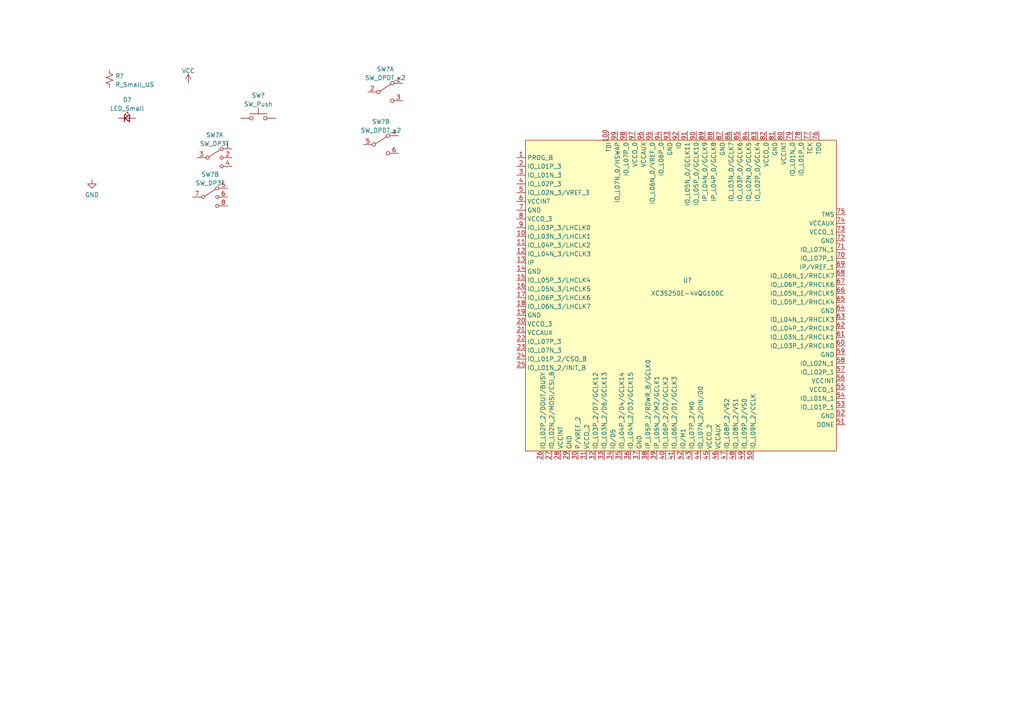
<source format=kicad_sch>
(kicad_sch (version 20211123) (generator eeschema)
  (paper "A4")
  (lib_symbols
    (symbol "Device:LED_Small" (pin_numbers hide) (pin_names (offset 0.254) hide)
      (property "Reference" "D" (at -1.27 3.175 0))
      (property "Value" "LED_Small" (at -4.445 -2.54 0))
      (symbol "LED_Small_0_1"
        (polyline (pts (xy -0.762 -1.016) (xy -0.762 1.016)) (stroke (width 0.254)))
        (polyline (pts (xy 1.016 0) (xy -0.762 0)))
        (polyline (pts (xy 0.762 -1.016) (xy -0.762 0) (xy 0.762 1.016) (xy 0.762 -1.016)) (stroke (width 0.254)))
        (polyline (pts (xy 0 0.762) (xy -0.508 1.27) (xy -0.254 1.27) (xy -0.508 1.27) (xy -0.508 1.016)))
        (polyline (pts (xy 0.508 1.27) (xy 0 1.778) (xy 0.254 1.778) (xy 0 1.778) (xy 0 1.524)))
      )
      (symbol "LED_Small_1_1"
        (pin passive line (at -2.54 0 0) (length 1.778) (name "K") (number "1"))
        (pin passive line (at 2.54 0 180) (length 1.778) (name "A") (number "2"))
      )
    )
    (symbol "Device:R_Small_US" (pin_numbers hide) (pin_names (offset 0.254) hide)
      (property "Reference" "R" (at 0.762 0.508 0))
      (property "Value" "R_Small_US" (at 0.762 -1.016 0))
      (symbol "R_Small_US_1_1"
        (polyline (pts (xy 0 0) (xy 1.016 -0.381) (xy 0 -0.762) (xy -1.016 -1.143) (xy 0 -1.524)))
        (polyline (pts (xy 0 1.524) (xy 1.016 1.143) (xy 0 0.762) (xy -1.016 0.381) (xy 0 0)))
        (pin passive line (at 0 2.54 270) (length 1.016) (name "~") (number "1"))
        (pin passive line (at 0 -2.54 90) (length 1.016) (name "~") (number "2"))
      )
    )
    (symbol "Switch:SW_DP3T" (pin_names (offset 0) hide)
      (property "Reference" "SW" (at 0 5.08 0))
      (property "Value" "SW_DP3T" (at 0 -5.08 0))
      (symbol "SW_DP3T_0_1"
        (circle (center -2.032 0) (radius 0.4572))
        (polyline (pts (xy -1.651 0.254) (xy 1.651 2.286)))
        (circle (center 2.032 -2.54) (radius 0.4572))
        (circle (center 2.032 0) (radius 0.4572))
        (circle (center 2.032 2.54) (radius 0.4572))
      )
      (symbol "SW_DP3T_1_1"
        (pin passive line (at 5.08 2.54 180) (length 2.54) (name "1") (number "1"))
        (pin passive line (at 5.08 0 180) (length 2.54) (name "2") (number "2"))
        (pin passive line (at -5.08 0 0) (length 2.54) (name "3") (number "3"))
        (pin passive line (at 5.08 -2.54 180) (length 2.54) (name "4") (number "4"))
      )
      (symbol "SW_DP3T_2_1"
        (pin passive line (at 5.08 2.54 180) (length 2.54) (name "5") (number "5"))
        (pin passive line (at 5.08 0 180) (length 2.54) (name "6") (number "6"))
        (pin passive line (at -5.08 0 0) (length 2.54) (name "7") (number "7"))
        (pin passive line (at 5.08 -2.54 180) (length 2.54) (name "8") (number "8"))
      )
    )
    (symbol "Switch:SW_DPDT_x2" (pin_names (offset 0) hide)
      (property "Reference" "SW" (at 0 4.318 0))
      (property "Value" "SW_DPDT_x2" (at 0 -5.08 0))
      (symbol "SW_DPDT_x2_0_0"
        (circle (center -2.032 0) (radius 0.508))
        (circle (center 2.032 -2.54) (radius 0.508))
      )
      (symbol "SW_DPDT_x2_0_1"
        (polyline (pts (xy -1.524 0.254) (xy 1.651 2.286)))
        (circle (center 2.032 2.54) (radius 0.508))
      )
      (symbol "SW_DPDT_x2_1_1"
        (pin passive line (at 5.08 2.54 180) (length 2.54) (name "A") (number "1"))
        (pin passive line (at -5.08 0 0) (length 2.54) (name "B") (number "2"))
        (pin passive line (at 5.08 -2.54 180) (length 2.54) (name "C") (number "3"))
      )
      (symbol "SW_DPDT_x2_2_1"
        (pin passive line (at 5.08 2.54 180) (length 2.54) (name "A") (number "4"))
        (pin passive line (at -5.08 0 0) (length 2.54) (name "B") (number "5"))
        (pin passive line (at 5.08 -2.54 180) (length 2.54) (name "C") (number "6"))
      )
    )
    (symbol "Switch:SW_Push" (pin_numbers hide) (pin_names (offset 1.016) hide)
      (property "Reference" "SW" (at 1.27 2.54 0))
      (property "Value" "SW_Push" (at 0 -1.524 0))
      (symbol "SW_Push_0_1"
        (circle (center -2.032 0) (radius 0.508))
        (polyline (pts (xy 0 1.27) (xy 0 3.048)))
        (polyline (pts (xy 2.54 1.27) (xy -2.54 1.27)))
        (circle (center 2.032 0) (radius 0.508))
        (pin passive line (at -5.08 0 0) (length 2.54) (name "1") (number "1"))
        (pin passive line (at 5.08 0 180) (length 2.54) (name "2") (number "2"))
      )
    )
    (symbol "Xilinx.FPGA:XC3S250E-4VQG100C"
      (property "Reference" "U" (at 0 2.54 0))
      (property "Value" "XC3S250E-4VQG100C" (at 0 0 0))
      (symbol "XC3S250E-4VQG100C_0_1"
        (rectangle (start -46.99 44.45) (end 43.18 -45.72) (stroke (width 0.1524)) (fill (type background)))
      )
      (symbol "XC3S250E-4VQG100C_1_1"
        (pin input line (at -49.53 39.37 0) (length 2.54) (name "PROG_B") (number "1"))
        (pin bidirectional line (at -49.53 16.51 0) (length 2.54) (name "IO_L03N_3/LHCLK1") (number "10"))
        (pin input line (at -22.86 46.99 270) (length 2.54) (name "TDI") (number "100"))
        (pin bidirectional line (at -49.53 13.97 0) (length 2.54) (name "IO_L04P_3/LHCLK2") (number "11"))
        (pin bidirectional line (at -49.53 11.43 0) (length 2.54) (name "IO_L04N_3/LHCLK3") (number "12"))
        (pin input line (at -49.53 8.89 0) (length 2.54) (name "IP") (number "13"))
        (pin power_in line (at -49.53 6.35 0) (length 2.54) (name "GND") (number "14"))
        (pin bidirectional line (at -49.53 3.81 0) (length 2.54) (name "IO_L05P_3/LHCLK4") (number "15"))
        (pin bidirectional line (at -49.53 1.27 0) (length 2.54) (name "IO_L05N_3/LHCLK5") (number "16"))
        (pin bidirectional line (at -49.53 -1.27 0) (length 2.54) (name "IO_L06P_3/LHCLK6") (number "17"))
        (pin bidirectional line (at -49.53 -3.81 0) (length 2.54) (name "IO_L06N_3/LHCLK7") (number "18"))
        (pin power_in line (at -49.53 -6.35 0) (length 2.54) (name "GND") (number "19"))
        (pin bidirectional line (at -49.53 36.83 0) (length 2.54) (name "IO_L01P_3") (number "2"))
        (pin power_out line (at -49.53 -8.89 0) (length 2.54) (name "VCCO_3") (number "20"))
        (pin power_in line (at -49.53 -11.43 0) (length 2.54) (name "VCCAUX") (number "21"))
        (pin bidirectional line (at -49.53 -13.97 0) (length 2.54) (name "IO_L07P_3") (number "22"))
        (pin bidirectional line (at -49.53 -16.51 0) (length 2.54) (name "IO_L07N_3") (number "23"))
        (pin bidirectional line (at -49.53 -19.05 0) (length 2.54) (name "IO_L01P_2/CSO_B") (number "24"))
        (pin bidirectional line (at -49.53 -21.59 0) (length 2.54) (name "IO_L01N_2/INIT_B") (number "25"))
        (pin bidirectional line (at -41.91 -48.26 90) (length 2.54) (name "IO_L02P_2/DOUT/BUSY") (number "26"))
        (pin bidirectional line (at -39.37 -48.26 90) (length 2.54) (name "IO_L02N_2/MOSI/CSI_B") (number "27"))
        (pin power_in line (at -36.83 -48.26 90) (length 2.54) (name "VCCINT") (number "28"))
        (pin power_in line (at -34.29 -48.26 90) (length 2.54) (name "GND") (number "29"))
        (pin bidirectional line (at -49.53 34.29 0) (length 2.54) (name "IO_L01N_3") (number "3"))
        (pin bidirectional line (at -31.75 -48.26 90) (length 2.54) (name "P/VREF_2") (number "30"))
        (pin power_out line (at -29.21 -48.26 90) (length 2.54) (name "VCCO_2") (number "31"))
        (pin bidirectional line (at -26.67 -48.26 90) (length 2.54) (name "IO_L03P_2/D7/GCLK12") (number "32"))
        (pin bidirectional line (at -24.13 -48.26 90) (length 2.54) (name "IO_L03N_2/D6/GCLK13") (number "33"))
        (pin bidirectional line (at -21.59 -48.26 90) (length 2.54) (name "IO/D5") (number "34"))
        (pin bidirectional line (at -19.05 -48.26 90) (length 2.54) (name "IO_L04P_2/D4/GCLK14") (number "35"))
        (pin bidirectional line (at -16.51 -48.26 90) (length 2.54) (name "IO_L04N_2/D3/GCLK15") (number "36"))
        (pin power_in line (at -13.97 -48.26 90) (length 2.54) (name "GND") (number "37"))
        (pin bidirectional line (at -11.43 -48.26 90) (length 2.54) (name "IP_L05P_2/RDWR_B/GCLK0") (number "38"))
        (pin bidirectional line (at -8.89 -48.26 90) (length 2.54) (name "IP_L05N_2/M2/GCLK1") (number "39"))
        (pin bidirectional line (at -49.53 31.75 0) (length 2.54) (name "IO_L02P_3") (number "4"))
        (pin bidirectional line (at -6.35 -48.26 90) (length 2.54) (name "IO_L06P_2/D2/GCLK2") (number "40"))
        (pin bidirectional line (at -3.81 -48.26 90) (length 2.54) (name "IO_L06N_2/D1/GCLK3") (number "41"))
        (pin bidirectional line (at -1.27 -48.26 90) (length 2.54) (name "IO/M1") (number "42"))
        (pin bidirectional line (at 1.27 -48.26 90) (length 2.54) (name "IO_L07P_2/M0") (number "43"))
        (pin bidirectional line (at 3.81 -48.26 90) (length 2.54) (name "IO_L07N_2/DIN/D0") (number "44"))
        (pin power_out line (at 6.35 -48.26 90) (length 2.54) (name "VCCO_2") (number "45"))
        (pin power_in line (at 8.89 -48.26 90) (length 2.54) (name "VCCAUX") (number "46"))
        (pin bidirectional line (at 11.43 -48.26 90) (length 2.54) (name "IO_L08P_2/VS2") (number "47"))
        (pin bidirectional line (at 13.97 -48.26 90) (length 2.54) (name "IO_L08N_2/VS1") (number "48"))
        (pin bidirectional line (at 16.51 -48.26 90) (length 2.54) (name "IO_L09P_2/VS0") (number "49"))
        (pin bidirectional line (at -49.53 29.21 0) (length 2.54) (name "IO_L02N_3/VREF_3") (number "5"))
        (pin bidirectional line (at 19.05 -48.26 90) (length 2.54) (name "IO_L09N_2/CCLK") (number "50"))
        (pin bidirectional line (at 45.72 -38.1 180) (length 2.54) (name "DONE") (number "51"))
        (pin power_in line (at 45.72 -35.56 180) (length 2.54) (name "GND") (number "52"))
        (pin bidirectional line (at 45.72 -33.02 180) (length 2.54) (name "IO_L01P_1") (number "53"))
        (pin bidirectional line (at 45.72 -30.48 180) (length 2.54) (name "IO_L01N_1") (number "54"))
        (pin power_out line (at 45.72 -27.94 180) (length 2.54) (name "VCCO_1") (number "55"))
        (pin power_in line (at 45.72 -25.4 180) (length 2.54) (name "VCCINT") (number "56"))
        (pin bidirectional line (at 45.72 -22.86 180) (length 2.54) (name "IO_L02P_1") (number "57"))
        (pin bidirectional line (at 45.72 -20.32 180) (length 2.54) (name "IO_L02N_1") (number "58"))
        (pin power_in line (at 45.72 -17.78 180) (length 2.54) (name "GND") (number "59"))
        (pin power_in line (at -49.53 26.67 0) (length 2.54) (name "VCCINT") (number "6"))
        (pin bidirectional line (at 45.72 -15.24 180) (length 2.54) (name "IO_L03P_1/RHCLK0") (number "60"))
        (pin bidirectional line (at 45.72 -12.7 180) (length 2.54) (name "IO_L03N_1/RHCLK1") (number "61"))
        (pin bidirectional line (at 45.72 -10.16 180) (length 2.54) (name "IO_L04P_1/RHCLK2") (number "62"))
        (pin bidirectional line (at 45.72 -7.62 180) (length 2.54) (name "IO_L04N_1/RHCLK3") (number "63"))
        (pin power_in line (at 45.72 -5.08 180) (length 2.54) (name "GND") (number "64"))
        (pin bidirectional line (at 45.72 -2.54 180) (length 2.54) (name "IO_L05P_1/RHCLK4") (number "65"))
        (pin bidirectional line (at 45.72 0 180) (length 2.54) (name "IO_L05N_1/RHCLK5") (number "66"))
        (pin bidirectional line (at 45.72 2.54 180) (length 2.54) (name "IO_L06P_1/RHCLK6") (number "67"))
        (pin bidirectional line (at 45.72 5.08 180) (length 2.54) (name "IO_L06N_1/RHCLK7") (number "68"))
        (pin bidirectional line (at 45.72 7.62 180) (length 2.54) (name "IP/VREF_1") (number "69"))
        (pin power_in line (at -49.53 24.13 0) (length 2.54) (name "GND") (number "7"))
        (pin bidirectional line (at 45.72 10.16 180) (length 2.54) (name "IO_L07P_1") (number "70"))
        (pin bidirectional line (at 45.72 12.7 180) (length 2.54) (name "IO_L07N_1") (number "71"))
        (pin power_in line (at 45.72 15.24 180) (length 2.54) (name "GND") (number "72"))
        (pin power_out line (at 45.72 17.78 180) (length 2.54) (name "VCCO_1") (number "73"))
        (pin power_in line (at 45.72 20.32 180) (length 2.54) (name "VCCAUX") (number "74"))
        (pin bidirectional line (at 45.72 22.86 180) (length 2.54) (name "TMS") (number "75"))
        (pin input line (at 38.1 46.99 270) (length 2.54) (name "TDO") (number "76"))
        (pin input line (at 35.56 46.99 270) (length 2.54) (name "TCK") (number "77"))
        (pin input line (at 33.02 46.99 270) (length 2.54) (name "IO_L01P_0") (number "78"))
        (pin input line (at 30.48 46.99 270) (length 2.54) (name "IO_L01N_0") (number "79"))
        (pin power_out line (at -49.53 21.59 0) (length 2.54) (name "VCCO_3") (number "8"))
        (pin input line (at 27.94 46.99 270) (length 2.54) (name "VCCINT") (number "80"))
        (pin input line (at 25.4 46.99 270) (length 2.54) (name "GND") (number "81"))
        (pin input line (at 22.86 46.99 270) (length 2.54) (name "VCCO_0") (number "82"))
        (pin input line (at 20.32 46.99 270) (length 2.54) (name "IO_L02P_0/GCLK4") (number "83"))
        (pin input line (at 17.78 46.99 270) (length 2.54) (name "IO_L02N_0/GCLK5") (number "84"))
        (pin input line (at 15.24 46.99 270) (length 2.54) (name "IO_L03P_0/GCLK6") (number "85"))
        (pin input line (at 12.7 46.99 270) (length 2.54) (name "IO_L03N_0/GCLK7") (number "86"))
        (pin input line (at 10.16 46.99 270) (length 2.54) (name "GND") (number "87"))
        (pin input line (at 7.62 46.99 270) (length 2.54) (name "IP_L04P_0/GCLK8") (number "88"))
        (pin input line (at 5.08 46.99 270) (length 2.54) (name "IP_L04N_0/GCLK9") (number "89"))
        (pin bidirectional line (at -49.53 19.05 0) (length 2.54) (name "IO_L03P_3/LHCLK0") (number "9"))
        (pin input line (at 2.54 46.99 270) (length 2.54) (name "IO_L05P_0/GCLK10") (number "90"))
        (pin input line (at 0 46.99 270) (length 2.54) (name "IO_L05N_0/GCLK11") (number "91"))
        (pin input line (at -2.54 46.99 270) (length 2.54) (name "IO") (number "92"))
        (pin input line (at -5.08 46.99 270) (length 2.54) (name "GND") (number "93"))
        (pin input line (at -7.62 46.99 270) (length 2.54) (name "IO_L06P_0") (number "94"))
        (pin input line (at -10.16 46.99 270) (length 2.54) (name "IO_L06N_0/VREF_0") (number "95"))
        (pin input line (at -12.7 46.99 270) (length 2.54) (name "VCCAUX") (number "96"))
        (pin input line (at -15.24 46.99 270) (length 2.54) (name "VCCO_0") (number "97"))
        (pin input line (at -17.78 46.99 270) (length 2.54) (name "IO_L07P_0") (number "98"))
        (pin input line (at -20.32 46.99 270) (length 2.54) (name "IO_L07N_0/HSWAP") (number "99"))
      )
    )
    (symbol "power:GND" (power) (pin_names (offset 0))
      (property "Value" "GND" (at 0 -3.81 0))
      (symbol "GND_0_1"
        (polyline (pts (xy 0 0) (xy 0 -1.27) (xy 1.27 -1.27) (xy 0 -2.54) (xy -1.27 -1.27) (xy 0 -1.27)))
      )
      (symbol "GND_1_1"
        (pin power_in line (at 0 0 270) (length 0) hide (name "GND") (number "1"))
      )
    )
    (symbol "power:VCC" (power) (pin_names (offset 0))
      (property "Value" "VCC" (at 0 3.81 0))
      (symbol "VCC_0_1"
        (polyline (pts (xy -0.762 1.27) (xy 0 2.54)))
        (polyline (pts (xy 0 0) (xy 0 2.54)))
        (polyline (pts (xy 0 2.54) (xy 0.762 1.27)))
      )
      (symbol "VCC_1_1"
        (pin power_in line (at 0 0 90) (length 0) hide (name "VCC") (number "1"))
      )
    )
  )
  (symbol (lib_id "Device:R_Small_US") (at 31.75 22.86 0) (unit 1)
    (property "Reference" "R?" (at 33.401 22.0253 0) (effects (justify left)))
    (property "Value" "R_Small_US" (at 33.401 24.5622 0) (effects (justify left)))
  )
  (symbol (lib_id "power:VCC") (at 54.61 24.13 0) (unit 1)
    (property "Reference" "#PWR?" (effects hide))
    (property "Value" "VCC" (at 54.61 20.5542 0))
  )
  (symbol (lib_id "Switch:SW_DPDT_x2") (at 111.76 26.67 0) (unit 1)
    (property "Reference" "SW?" (at 111.76 20.0492 0))
    (property "Value" "SW_DPDT_x2" (at 111.76 22.5861 0))
  )
  (symbol (lib_id "Xilinx.FPGA:XC3S250E-4VQG100C") (at 199.39 85.09 0) (unit 1)
    (property "Reference" "U?" (at 199.39 81.28 0))
    (property "Value" "XC3S250E-4VQG100C" (at 199.39 85.09 0))
  )
  (symbol (lib_id "Switch:SW_DP3T") (at 60.96 57.15 0) (unit 2)
    (property "Reference" "SW?" (at 60.96 50.58 0))
    (property "Value" "SW_DP3T" (at 60.96 53.1169 0))
  )
  (symbol (lib_id "Switch:SW_DP3T") (at 62.23 45.72 0) (unit 1)
    (property "Reference" "SW?" (at 62.23 39.15 0))
    (property "Value" "SW_DP3T" (at 62.23 41.6869 0))
  )
  (symbol (lib_id "Switch:SW_DPDT_x2") (at 110.49 41.91 0) (unit 2)
    (property "Reference" "SW?" (at 110.49 35.2892 0))
    (property "Value" "SW_DPDT_x2" (at 110.49 37.8261 0))
  )
  (symbol (lib_id "Device:LED_Small") (at 36.83 34.29 0) (unit 1)
    (property "Reference" "D?" (at 36.8935 28.9392 0))
    (property "Value" "LED_Small" (at 36.8935 31.4761 0))
  )
  (symbol (lib_id "power:GND") (at 26.67 52.07 0) (unit 1)
    (property "Reference" "#PWR?" (effects hide))
    (property "Value" "GND" (at 26.67 56.5134 0))
  )
  (symbol (lib_id "Switch:SW_Push") (at 74.93 34.29 0) (unit 1)
    (property "Reference" "SW?" (at 74.93 27.6692 0))
    (property "Value" "SW_Push" (at 74.93 30.2061 0))
  )
)
</source>
